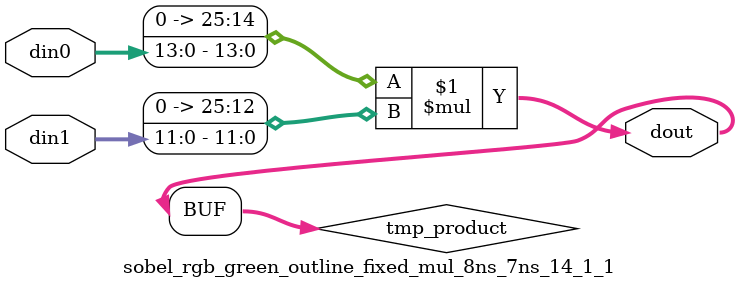
<source format=v>

`timescale 1 ns / 1 ps

  module sobel_rgb_green_outline_fixed_mul_8ns_7ns_14_1_1(din0, din1, dout);
parameter ID = 1;
parameter NUM_STAGE = 0;
parameter din0_WIDTH = 14;
parameter din1_WIDTH = 12;
parameter dout_WIDTH = 26;

input [din0_WIDTH - 1 : 0] din0; 
input [din1_WIDTH - 1 : 0] din1; 
output [dout_WIDTH - 1 : 0] dout;

wire signed [dout_WIDTH - 1 : 0] tmp_product;










assign tmp_product = $signed({1'b0, din0}) * $signed({1'b0, din1});











assign dout = tmp_product;







endmodule

</source>
